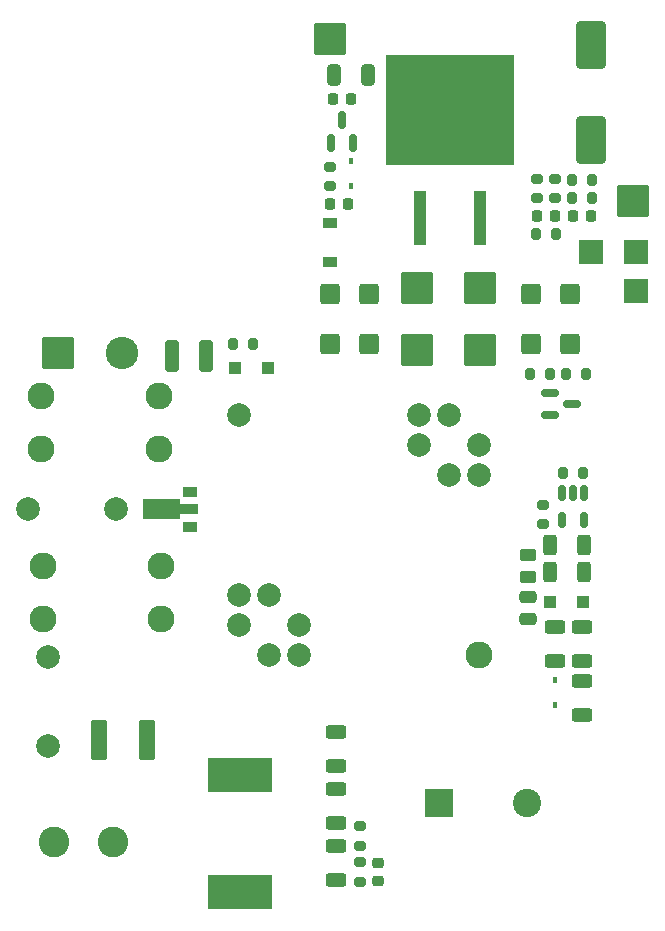
<source format=gbr>
%TF.GenerationSoftware,KiCad,Pcbnew,7.99.0-950-gc4668c1d3a-dirty*%
%TF.CreationDate,2023-06-21T04:14:00+08:00*%
%TF.ProjectId,LightningReed,4c696768-746e-4696-9e67-526565642e6b,rev?*%
%TF.SameCoordinates,Original*%
%TF.FileFunction,Soldermask,Top*%
%TF.FilePolarity,Negative*%
%FSLAX46Y46*%
G04 Gerber Fmt 4.6, Leading zero omitted, Abs format (unit mm)*
G04 Created by KiCad (PCBNEW 7.99.0-950-gc4668c1d3a-dirty) date 2023-06-21 04:14:00*
%MOMM*%
%LPD*%
G01*
G04 APERTURE LIST*
G04 Aperture macros list*
%AMRoundRect*
0 Rectangle with rounded corners*
0 $1 Rounding radius*
0 $2 $3 $4 $5 $6 $7 $8 $9 X,Y pos of 4 corners*
0 Add a 4 corners polygon primitive as box body*
4,1,4,$2,$3,$4,$5,$6,$7,$8,$9,$2,$3,0*
0 Add four circle primitives for the rounded corners*
1,1,$1+$1,$2,$3*
1,1,$1+$1,$4,$5*
1,1,$1+$1,$6,$7*
1,1,$1+$1,$8,$9*
0 Add four rect primitives between the rounded corners*
20,1,$1+$1,$2,$3,$4,$5,0*
20,1,$1+$1,$4,$5,$6,$7,0*
20,1,$1+$1,$6,$7,$8,$9,0*
20,1,$1+$1,$8,$9,$2,$3,0*%
%AMFreePoly0*
4,1,9,3.862500,-0.866500,0.737500,-0.866500,0.737500,-0.450000,-0.737500,-0.450000,-0.737500,0.450000,0.737500,0.450000,0.737500,0.866500,3.862500,0.866500,3.862500,-0.866500,3.862500,-0.866500,$1*%
G04 Aperture macros list end*
%ADD10R,1.100000X1.100000*%
%ADD11R,1.100000X4.600000*%
%ADD12R,10.800000X9.400000*%
%ADD13RoundRect,0.250001X-0.799999X-0.799999X0.799999X-0.799999X0.799999X0.799999X-0.799999X0.799999X0*%
%ADD14RoundRect,0.250000X1.000000X-1.750000X1.000000X1.750000X-1.000000X1.750000X-1.000000X-1.750000X0*%
%ADD15RoundRect,0.250000X-0.600000X-0.600000X0.600000X-0.600000X0.600000X0.600000X-0.600000X0.600000X0*%
%ADD16C,2.286000*%
%ADD17RoundRect,0.200000X0.275000X-0.200000X0.275000X0.200000X-0.275000X0.200000X-0.275000X-0.200000X0*%
%ADD18RoundRect,0.200000X-0.275000X0.200000X-0.275000X-0.200000X0.275000X-0.200000X0.275000X0.200000X0*%
%ADD19RoundRect,0.250000X-0.625000X0.312500X-0.625000X-0.312500X0.625000X-0.312500X0.625000X0.312500X0*%
%ADD20RoundRect,0.200000X-0.200000X-0.275000X0.200000X-0.275000X0.200000X0.275000X-0.200000X0.275000X0*%
%ADD21RoundRect,0.225000X-0.250000X0.225000X-0.250000X-0.225000X0.250000X-0.225000X0.250000X0.225000X0*%
%ADD22RoundRect,0.250000X-0.450000X0.262500X-0.450000X-0.262500X0.450000X-0.262500X0.450000X0.262500X0*%
%ADD23R,1.200000X0.900000*%
%ADD24RoundRect,0.250000X0.312500X0.625000X-0.312500X0.625000X-0.312500X-0.625000X0.312500X-0.625000X0*%
%ADD25RoundRect,0.250000X-1.125000X-1.125000X1.125000X-1.125000X1.125000X1.125000X-1.125000X1.125000X0*%
%ADD26RoundRect,0.150000X-0.150000X0.512500X-0.150000X-0.512500X0.150000X-0.512500X0.150000X0.512500X0*%
%ADD27C,2.600000*%
%ADD28C,2.000000*%
%ADD29RoundRect,0.250000X0.325000X0.650000X-0.325000X0.650000X-0.325000X-0.650000X0.325000X-0.650000X0*%
%ADD30R,5.400000X2.900000*%
%ADD31RoundRect,0.250000X0.625000X-0.312500X0.625000X0.312500X-0.625000X0.312500X-0.625000X-0.312500X0*%
%ADD32RoundRect,0.225000X-0.225000X-0.250000X0.225000X-0.250000X0.225000X0.250000X-0.225000X0.250000X0*%
%ADD33RoundRect,0.150000X-0.587500X-0.150000X0.587500X-0.150000X0.587500X0.150000X-0.587500X0.150000X0*%
%ADD34RoundRect,0.200000X0.200000X0.275000X-0.200000X0.275000X-0.200000X-0.275000X0.200000X-0.275000X0*%
%ADD35R,2.400000X2.400000*%
%ADD36C,2.400000*%
%ADD37RoundRect,0.225000X0.225000X0.250000X-0.225000X0.250000X-0.225000X-0.250000X0.225000X-0.250000X0*%
%ADD38RoundRect,0.250000X-0.475000X0.250000X-0.475000X-0.250000X0.475000X-0.250000X0.475000X0.250000X0*%
%ADD39RoundRect,0.250000X-0.312500X-0.625000X0.312500X-0.625000X0.312500X0.625000X-0.312500X0.625000X0*%
%ADD40R,1.300000X0.900000*%
%ADD41FreePoly0,180.000000*%
%ADD42R,0.450000X0.600000*%
%ADD43RoundRect,0.249999X-0.450001X-1.450001X0.450001X-1.450001X0.450001X1.450001X-0.450001X1.450001X0*%
%ADD44C,2.750000*%
%ADD45RoundRect,0.150000X0.150000X-0.587500X0.150000X0.587500X-0.150000X0.587500X-0.150000X-0.587500X0*%
%ADD46RoundRect,0.250000X-0.325000X-1.100000X0.325000X-1.100000X0.325000X1.100000X-0.325000X1.100000X0*%
G04 APERTURE END LIST*
D10*
%TO.C,D5*%
X145920000Y-123190000D03*
X148720000Y-123190000D03*
%TD*%
D11*
%TO.C,Q12*%
X139954000Y-90635000D03*
D12*
X137414000Y-81485000D03*
D11*
X134874000Y-90635000D03*
%TD*%
D13*
%TO.C,TP3*%
X153162000Y-96798000D03*
%TD*%
D14*
%TO.C,C43*%
X149352000Y-76034000D03*
X149352000Y-84034000D03*
%TD*%
D15*
%TO.C,TP11*%
X130556000Y-97052000D03*
%TD*%
D16*
%TO.C,L2*%
X102957000Y-120122000D03*
X102957000Y-124622000D03*
X112957000Y-120122000D03*
X112957000Y-124622000D03*
%TD*%
D17*
%TO.C,R55*%
X146304000Y-87337000D03*
X146304000Y-88987000D03*
%TD*%
D18*
%TO.C,R16*%
X145288000Y-114936000D03*
X145288000Y-116586000D03*
%TD*%
D19*
%TO.C,R23*%
X146304000Y-125283500D03*
X146304000Y-128208500D03*
%TD*%
D20*
%TO.C,R53*%
X147257000Y-103886000D03*
X148907000Y-103886000D03*
%TD*%
D21*
%TO.C,C9*%
X131318000Y-145275000D03*
X131318000Y-146825000D03*
%TD*%
D22*
%TO.C,R25*%
X144018000Y-119229500D03*
X144018000Y-121054500D03*
%TD*%
D23*
%TO.C,D15*%
X127254000Y-94384000D03*
X127254000Y-91084000D03*
%TD*%
D24*
%TO.C,R24*%
X148782500Y-120650000D03*
X145857500Y-120650000D03*
%TD*%
D25*
%TO.C,REF\u002A\u002A*%
X127254000Y-75462000D03*
%TD*%
D26*
%TO.C,U3*%
X148778000Y-113924500D03*
X147828000Y-113924500D03*
X146878000Y-113924500D03*
X146878000Y-116199500D03*
X148778000Y-116199500D03*
%TD*%
D27*
%TO.C,L3*%
X103926000Y-143510000D03*
X108926000Y-143510000D03*
%TD*%
D28*
%TO.C,T1*%
X122079000Y-127667000D03*
X124619000Y-127667000D03*
D16*
X139859000Y-127667000D03*
D28*
X119539000Y-125127000D03*
X124619000Y-125127000D03*
X119539000Y-122587000D03*
X122079000Y-122587000D03*
X137319000Y-112427000D03*
X139859000Y-112427000D03*
X134779000Y-109887000D03*
X139859000Y-109887000D03*
X119539000Y-107347000D03*
X134779000Y-107347000D03*
X137319000Y-107347000D03*
%TD*%
D15*
%TO.C,TP10*%
X130556000Y-101346000D03*
%TD*%
D17*
%TO.C,R56*%
X144780000Y-87337000D03*
X144780000Y-88987000D03*
%TD*%
D25*
%TO.C,TP8*%
X134620000Y-101854000D03*
%TD*%
D29*
%TO.C,C42*%
X127557000Y-78510000D03*
X130507000Y-78510000D03*
%TD*%
D30*
%TO.C,L4*%
X119634000Y-137798000D03*
X119634000Y-147698000D03*
%TD*%
D31*
%TO.C,R22*%
X148590000Y-128208500D03*
X148590000Y-125283500D03*
%TD*%
D25*
%TO.C,TP5*%
X139954000Y-96544000D03*
%TD*%
D18*
%TO.C,R63*%
X127254000Y-87971000D03*
X127254000Y-86321000D03*
%TD*%
D16*
%TO.C,L1*%
X102776000Y-105736000D03*
X102776000Y-110236000D03*
X112776000Y-105736000D03*
X112776000Y-110236000D03*
%TD*%
D25*
%TO.C,TP7*%
X134620000Y-96544000D03*
%TD*%
D15*
%TO.C,TP15*%
X144272000Y-97052000D03*
%TD*%
%TO.C,TP14*%
X147574000Y-101346000D03*
%TD*%
D32*
%TO.C,C37*%
X149378000Y-90448000D03*
X147828000Y-90448000D03*
%TD*%
D25*
%TO.C,TP6*%
X139954000Y-101854000D03*
%TD*%
D15*
%TO.C,TP9*%
X127254000Y-101346000D03*
%TD*%
D20*
%TO.C,R54*%
X149415000Y-87400000D03*
X147765000Y-87400000D03*
%TD*%
D33*
%TO.C,Q11*%
X145874500Y-105476000D03*
X145874500Y-107376000D03*
X147749500Y-106426000D03*
%TD*%
D34*
%TO.C,R18*%
X148653000Y-112268000D03*
X147003000Y-112268000D03*
%TD*%
D28*
%TO.C,C1*%
X101660000Y-115316000D03*
X109160000Y-115316000D03*
%TD*%
D34*
%TO.C,R58*%
X147765000Y-88924000D03*
X149415000Y-88924000D03*
%TD*%
D35*
%TO.C,C10*%
X136476220Y-140208000D03*
D36*
X143976220Y-140208000D03*
%TD*%
D37*
%TO.C,C46*%
X127495000Y-80542000D03*
X129045000Y-80542000D03*
%TD*%
D20*
%TO.C,R52*%
X144209000Y-103886000D03*
X145859000Y-103886000D03*
%TD*%
D38*
%TO.C,C16*%
X144018000Y-122748000D03*
X144018000Y-124648000D03*
%TD*%
D39*
%TO.C,R20*%
X145857500Y-118364000D03*
X148782500Y-118364000D03*
%TD*%
D15*
%TO.C,TP13*%
X144272000Y-101346000D03*
%TD*%
D40*
%TO.C,U6*%
X115442000Y-116816000D03*
D41*
X115354500Y-115316000D03*
D40*
X115442000Y-113816000D03*
%TD*%
D37*
%TO.C,C35*%
X144767000Y-90448000D03*
X146317000Y-90448000D03*
%TD*%
D42*
%TO.C,D16*%
X129032000Y-87942000D03*
X129032000Y-85842000D03*
%TD*%
D31*
%TO.C,R10*%
X127762000Y-137098500D03*
X127762000Y-134173500D03*
%TD*%
D42*
%TO.C,D4*%
X146304000Y-131860000D03*
X146304000Y-129760000D03*
%TD*%
D15*
%TO.C,TP16*%
X147574000Y-97052000D03*
%TD*%
D31*
%TO.C,R12*%
X127762000Y-146750500D03*
X127762000Y-143825500D03*
%TD*%
D43*
%TO.C,C3*%
X107678000Y-134874000D03*
X111778000Y-134874000D03*
%TD*%
D18*
%TO.C,R13*%
X129794000Y-145225000D03*
X129794000Y-146875000D03*
%TD*%
D13*
%TO.C,TP4*%
X153162000Y-93496000D03*
%TD*%
D34*
%TO.C,R57*%
X144717000Y-91972000D03*
X146367000Y-91972000D03*
%TD*%
D37*
%TO.C,C44*%
X127241000Y-89432000D03*
X128791000Y-89432000D03*
%TD*%
D10*
%TO.C,D7*%
X119250000Y-103378000D03*
X122050000Y-103378000D03*
%TD*%
D15*
%TO.C,TP12*%
X127254000Y-97052000D03*
%TD*%
D25*
%TO.C,P1*%
X104234000Y-102108000D03*
D44*
X109634000Y-102108000D03*
%TD*%
D13*
%TO.C,TP2*%
X149352000Y-93496000D03*
%TD*%
D31*
%TO.C,R21*%
X148590000Y-132780500D03*
X148590000Y-129855500D03*
%TD*%
D28*
%TO.C,C2*%
X103378000Y-135322000D03*
X103378000Y-127822000D03*
%TD*%
D20*
%TO.C,R35*%
X119063000Y-101346000D03*
X120713000Y-101346000D03*
%TD*%
D45*
%TO.C,Q13*%
X128270000Y-82398500D03*
X129220000Y-84273500D03*
X127320000Y-84273500D03*
%TD*%
D31*
%TO.C,R11*%
X127762000Y-141924500D03*
X127762000Y-138999500D03*
%TD*%
D46*
%TO.C,C29*%
X113841000Y-102362000D03*
X116791000Y-102362000D03*
%TD*%
D25*
%TO.C,TP1*%
X152908000Y-89178000D03*
%TD*%
D18*
%TO.C,R14*%
X129794000Y-142177000D03*
X129794000Y-143827000D03*
%TD*%
M02*

</source>
